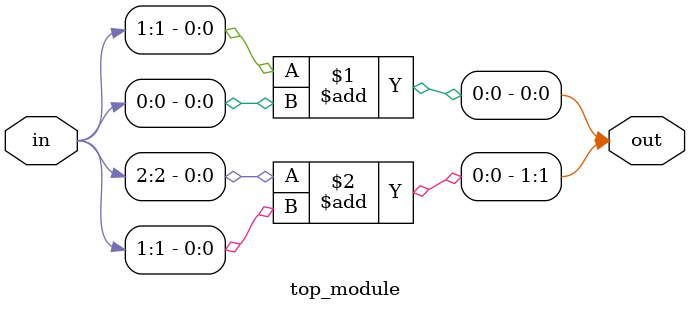
<source format=sv>
module top_module (
	input [2:0] in,
	output [1:0] out
);

	assign out = {in[2] + in[1], in[1] + in[0]};

endmodule

</source>
